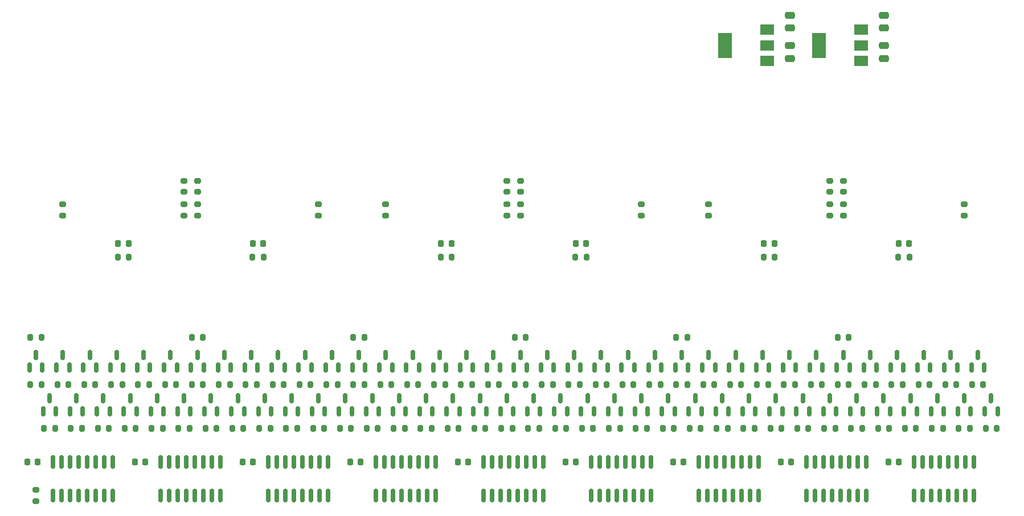
<source format=gbr>
%TF.GenerationSoftware,KiCad,Pcbnew,(6.0.6)*%
%TF.CreationDate,2022-10-28T22:11:27+02:00*%
%TF.ProjectId,nixieboi,6e697869-6562-46f6-992e-6b696361645f,rev?*%
%TF.SameCoordinates,Original*%
%TF.FileFunction,Paste,Top*%
%TF.FilePolarity,Positive*%
%FSLAX46Y46*%
G04 Gerber Fmt 4.6, Leading zero omitted, Abs format (unit mm)*
G04 Created by KiCad (PCBNEW (6.0.6)) date 2022-10-28 22:11:27*
%MOMM*%
%LPD*%
G01*
G04 APERTURE LIST*
G04 Aperture macros list*
%AMRoundRect*
0 Rectangle with rounded corners*
0 $1 Rounding radius*
0 $2 $3 $4 $5 $6 $7 $8 $9 X,Y pos of 4 corners*
0 Add a 4 corners polygon primitive as box body*
4,1,4,$2,$3,$4,$5,$6,$7,$8,$9,$2,$3,0*
0 Add four circle primitives for the rounded corners*
1,1,$1+$1,$2,$3*
1,1,$1+$1,$4,$5*
1,1,$1+$1,$6,$7*
1,1,$1+$1,$8,$9*
0 Add four rect primitives between the rounded corners*
20,1,$1+$1,$2,$3,$4,$5,0*
20,1,$1+$1,$4,$5,$6,$7,0*
20,1,$1+$1,$6,$7,$8,$9,0*
20,1,$1+$1,$8,$9,$2,$3,0*%
G04 Aperture macros list end*
%ADD10RoundRect,0.200000X-0.200000X-0.275000X0.200000X-0.275000X0.200000X0.275000X-0.200000X0.275000X0*%
%ADD11RoundRect,0.200000X-0.275000X0.200000X-0.275000X-0.200000X0.275000X-0.200000X0.275000X0.200000X0*%
%ADD12RoundRect,0.150000X0.150000X-0.587500X0.150000X0.587500X-0.150000X0.587500X-0.150000X-0.587500X0*%
%ADD13RoundRect,0.150000X0.150000X-0.825000X0.150000X0.825000X-0.150000X0.825000X-0.150000X-0.825000X0*%
%ADD14RoundRect,0.250000X0.475000X-0.250000X0.475000X0.250000X-0.475000X0.250000X-0.475000X-0.250000X0*%
%ADD15RoundRect,0.200000X0.275000X-0.200000X0.275000X0.200000X-0.275000X0.200000X-0.275000X-0.200000X0*%
%ADD16R,2.000000X1.500000*%
%ADD17R,2.000000X3.800000*%
%ADD18RoundRect,0.218750X-0.218750X-0.256250X0.218750X-0.256250X0.218750X0.256250X-0.218750X0.256250X0*%
%ADD19RoundRect,0.250000X-0.475000X0.250000X-0.475000X-0.250000X0.475000X-0.250000X0.475000X0.250000X0*%
%ADD20RoundRect,0.225000X0.225000X0.250000X-0.225000X0.250000X-0.225000X-0.250000X0.225000X-0.250000X0*%
G04 APERTURE END LIST*
D10*
%TO.C,R63*%
X129175000Y-57000000D03*
X130825000Y-57000000D03*
%TD*%
D11*
%TO.C,R96*%
X144000000Y-30175000D03*
X144000000Y-31825000D03*
%TD*%
D12*
%TO.C,Q9*%
X21050000Y-54437500D03*
X22950000Y-54437500D03*
X22000000Y-52562500D03*
%TD*%
D10*
%TO.C,R62*%
X127175000Y-63500000D03*
X128825000Y-63500000D03*
%TD*%
%TO.C,R37*%
X77175000Y-57000000D03*
X78825000Y-57000000D03*
%TD*%
D12*
%TO.C,Q10*%
X23050000Y-60937500D03*
X24950000Y-60937500D03*
X24000000Y-59062500D03*
%TD*%
D10*
%TO.C,R24*%
X51175000Y-63500000D03*
X52825000Y-63500000D03*
%TD*%
D12*
%TO.C,Q24*%
X51050000Y-60937500D03*
X52950000Y-60937500D03*
X52000000Y-59062500D03*
%TD*%
%TO.C,Q38*%
X79050000Y-60937500D03*
X80950000Y-60937500D03*
X80000000Y-59062500D03*
%TD*%
D13*
%TO.C,U9*%
X136555000Y-73475000D03*
X137825000Y-73475000D03*
X139095000Y-73475000D03*
X140365000Y-73475000D03*
X141635000Y-73475000D03*
X142905000Y-73475000D03*
X144175000Y-73475000D03*
X145445000Y-73475000D03*
X145445000Y-68525000D03*
X144175000Y-68525000D03*
X142905000Y-68525000D03*
X141635000Y-68525000D03*
X140365000Y-68525000D03*
X139095000Y-68525000D03*
X137825000Y-68525000D03*
X136555000Y-68525000D03*
%TD*%
D12*
%TO.C,Q44*%
X91050000Y-60937500D03*
X92950000Y-60937500D03*
X92000000Y-59062500D03*
%TD*%
%TO.C,Q50*%
X103050000Y-60937500D03*
X104950000Y-60937500D03*
X104000000Y-59062500D03*
%TD*%
D10*
%TO.C,R26*%
X55175000Y-63500000D03*
X56825000Y-63500000D03*
%TD*%
%TO.C,R75*%
X53175000Y-50000000D03*
X54825000Y-50000000D03*
%TD*%
%TO.C,R68*%
X139175000Y-63500000D03*
X140825000Y-63500000D03*
%TD*%
%TO.C,R47*%
X97175000Y-57000000D03*
X98825000Y-57000000D03*
%TD*%
D14*
%TO.C,C10*%
X132050000Y-3950000D03*
X132050000Y-2050000D03*
%TD*%
D13*
%TO.C,U3*%
X40555000Y-73475000D03*
X41825000Y-73475000D03*
X43095000Y-73475000D03*
X44365000Y-73475000D03*
X45635000Y-73475000D03*
X46905000Y-73475000D03*
X48175000Y-73475000D03*
X49445000Y-73475000D03*
X49445000Y-68525000D03*
X48175000Y-68525000D03*
X46905000Y-68525000D03*
X45635000Y-68525000D03*
X44365000Y-68525000D03*
X43095000Y-68525000D03*
X41825000Y-68525000D03*
X40555000Y-68525000D03*
%TD*%
D12*
%TO.C,Q1*%
X5050000Y-54437500D03*
X6950000Y-54437500D03*
X6000000Y-52562500D03*
%TD*%
%TO.C,Q27*%
X57050000Y-54437500D03*
X58950000Y-54437500D03*
X58000000Y-52562500D03*
%TD*%
%TO.C,Q37*%
X77050000Y-54437500D03*
X78950000Y-54437500D03*
X78000000Y-52562500D03*
%TD*%
%TO.C,Q56*%
X115050000Y-60937500D03*
X116950000Y-60937500D03*
X116000000Y-59062500D03*
%TD*%
D10*
%TO.C,R5*%
X13175000Y-57000000D03*
X14825000Y-57000000D03*
%TD*%
%TO.C,R45*%
X93175000Y-57000000D03*
X94825000Y-57000000D03*
%TD*%
D12*
%TO.C,Q65*%
X133050000Y-54437500D03*
X134950000Y-54437500D03*
X134000000Y-52562500D03*
%TD*%
D15*
%TO.C,R80*%
X28000000Y-28325000D03*
X28000000Y-26675000D03*
%TD*%
D14*
%TO.C,C12*%
X118050000Y-3950000D03*
X118050000Y-2050000D03*
%TD*%
D12*
%TO.C,Q42*%
X87050000Y-60937500D03*
X88950000Y-60937500D03*
X88000000Y-59062500D03*
%TD*%
D16*
%TO.C,U10*%
X128700000Y-8800000D03*
D17*
X122400000Y-6500000D03*
D16*
X128700000Y-6500000D03*
X128700000Y-4200000D03*
%TD*%
D12*
%TO.C,Q32*%
X67050000Y-60937500D03*
X68950000Y-60937500D03*
X68000000Y-59062500D03*
%TD*%
%TO.C,Q48*%
X99050000Y-60937500D03*
X100950000Y-60937500D03*
X100000000Y-59062500D03*
%TD*%
%TO.C,Q22*%
X47050000Y-60937500D03*
X48950000Y-60937500D03*
X48000000Y-59062500D03*
%TD*%
D16*
%TO.C,U11*%
X114700000Y-8800000D03*
D17*
X108400000Y-6500000D03*
D16*
X114700000Y-6500000D03*
X114700000Y-4200000D03*
%TD*%
D12*
%TO.C,Q23*%
X49050000Y-54437500D03*
X50950000Y-54437500D03*
X50000000Y-52562500D03*
%TD*%
D18*
%TO.C,D4*%
X86212500Y-36000000D03*
X87787500Y-36000000D03*
%TD*%
D10*
%TO.C,R22*%
X47175000Y-63500000D03*
X48825000Y-63500000D03*
%TD*%
D15*
%TO.C,R103*%
X6000000Y-74325000D03*
X6000000Y-72675000D03*
%TD*%
D10*
%TO.C,R1*%
X5175000Y-57000000D03*
X6825000Y-57000000D03*
%TD*%
%TO.C,R53*%
X109175000Y-57000000D03*
X110825000Y-57000000D03*
%TD*%
D18*
%TO.C,D6*%
X134212500Y-36000000D03*
X135787500Y-36000000D03*
%TD*%
D11*
%TO.C,R94*%
X126000000Y-30175000D03*
X126000000Y-31825000D03*
%TD*%
D10*
%TO.C,R36*%
X75175000Y-63500000D03*
X76825000Y-63500000D03*
%TD*%
D13*
%TO.C,U6*%
X88555000Y-73475000D03*
X89825000Y-73475000D03*
X91095000Y-73475000D03*
X92365000Y-73475000D03*
X93635000Y-73475000D03*
X94905000Y-73475000D03*
X96175000Y-73475000D03*
X97445000Y-73475000D03*
X97445000Y-68525000D03*
X96175000Y-68525000D03*
X94905000Y-68525000D03*
X93635000Y-68525000D03*
X92365000Y-68525000D03*
X91095000Y-68525000D03*
X89825000Y-68525000D03*
X88555000Y-68525000D03*
%TD*%
D12*
%TO.C,Q70*%
X143050000Y-60937500D03*
X144950000Y-60937500D03*
X144000000Y-59062500D03*
%TD*%
D10*
%TO.C,R59*%
X121175000Y-57000000D03*
X122825000Y-57000000D03*
%TD*%
%TO.C,R10*%
X23175000Y-63500000D03*
X24825000Y-63500000D03*
%TD*%
%TO.C,R56*%
X115175000Y-63500000D03*
X116825000Y-63500000D03*
%TD*%
%TO.C,R31*%
X65175000Y-57000000D03*
X66825000Y-57000000D03*
%TD*%
D11*
%TO.C,R87*%
X76000000Y-30175000D03*
X76000000Y-31825000D03*
%TD*%
D18*
%TO.C,D2*%
X38212500Y-36000000D03*
X39787500Y-36000000D03*
%TD*%
D19*
%TO.C,C13*%
X118050000Y-6550000D03*
X118050000Y-8450000D03*
%TD*%
D10*
%TO.C,R8*%
X19175000Y-63500000D03*
X20825000Y-63500000D03*
%TD*%
D12*
%TO.C,Q71*%
X145050000Y-54437500D03*
X146950000Y-54437500D03*
X146000000Y-52562500D03*
%TD*%
D13*
%TO.C,U5*%
X72555000Y-73475000D03*
X73825000Y-73475000D03*
X75095000Y-73475000D03*
X76365000Y-73475000D03*
X77635000Y-73475000D03*
X78905000Y-73475000D03*
X80175000Y-73475000D03*
X81445000Y-73475000D03*
X81445000Y-68525000D03*
X80175000Y-68525000D03*
X78905000Y-68525000D03*
X77635000Y-68525000D03*
X76365000Y-68525000D03*
X75095000Y-68525000D03*
X73825000Y-68525000D03*
X72555000Y-68525000D03*
%TD*%
D18*
%TO.C,D1*%
X18212500Y-36000000D03*
X19787500Y-36000000D03*
%TD*%
D10*
%TO.C,R55*%
X113175000Y-57000000D03*
X114825000Y-57000000D03*
%TD*%
D12*
%TO.C,Q51*%
X105050000Y-54437500D03*
X106950000Y-54437500D03*
X106000000Y-52562500D03*
%TD*%
D10*
%TO.C,R100*%
X86175000Y-38000000D03*
X87825000Y-38000000D03*
%TD*%
%TO.C,R9*%
X21175000Y-57000000D03*
X22825000Y-57000000D03*
%TD*%
D12*
%TO.C,Q35*%
X73050000Y-54437500D03*
X74950000Y-54437500D03*
X74000000Y-52562500D03*
%TD*%
D15*
%TO.C,R92*%
X124000000Y-28325000D03*
X124000000Y-26675000D03*
%TD*%
D10*
%TO.C,R32*%
X67175000Y-63500000D03*
X68825000Y-63500000D03*
%TD*%
%TO.C,R98*%
X38175000Y-38000000D03*
X39825000Y-38000000D03*
%TD*%
D20*
%TO.C,C2*%
X22275000Y-68500000D03*
X20725000Y-68500000D03*
%TD*%
D12*
%TO.C,Q12*%
X27050000Y-60937500D03*
X28950000Y-60937500D03*
X28000000Y-59062500D03*
%TD*%
%TO.C,Q55*%
X113050000Y-54437500D03*
X114950000Y-54437500D03*
X114000000Y-52562500D03*
%TD*%
D10*
%TO.C,R33*%
X69175000Y-57000000D03*
X70825000Y-57000000D03*
%TD*%
D13*
%TO.C,U1*%
X8555000Y-73475000D03*
X9825000Y-73475000D03*
X11095000Y-73475000D03*
X12365000Y-73475000D03*
X13635000Y-73475000D03*
X14905000Y-73475000D03*
X16175000Y-73475000D03*
X17445000Y-73475000D03*
X17445000Y-68525000D03*
X16175000Y-68525000D03*
X14905000Y-68525000D03*
X13635000Y-68525000D03*
X12365000Y-68525000D03*
X11095000Y-68525000D03*
X9825000Y-68525000D03*
X8555000Y-68525000D03*
%TD*%
D10*
%TO.C,R73*%
X5175000Y-50000000D03*
X6825000Y-50000000D03*
%TD*%
%TO.C,R21*%
X45175000Y-57000000D03*
X46825000Y-57000000D03*
%TD*%
%TO.C,R2*%
X7175000Y-63500000D03*
X8825000Y-63500000D03*
%TD*%
D12*
%TO.C,Q67*%
X137050000Y-54437500D03*
X138950000Y-54437500D03*
X138000000Y-52562500D03*
%TD*%
D10*
%TO.C,R52*%
X107175000Y-63500000D03*
X108825000Y-63500000D03*
%TD*%
%TO.C,R58*%
X119175000Y-63500000D03*
X120825000Y-63500000D03*
%TD*%
D12*
%TO.C,Q69*%
X141050000Y-54437500D03*
X142950000Y-54437500D03*
X142000000Y-52562500D03*
%TD*%
D10*
%TO.C,R27*%
X57175000Y-57000000D03*
X58825000Y-57000000D03*
%TD*%
%TO.C,R34*%
X71175000Y-63500000D03*
X72825000Y-63500000D03*
%TD*%
%TO.C,R7*%
X17175000Y-57000000D03*
X18825000Y-57000000D03*
%TD*%
D12*
%TO.C,Q17*%
X37050000Y-54437500D03*
X38950000Y-54437500D03*
X38000000Y-52562500D03*
%TD*%
D20*
%TO.C,C9*%
X134275000Y-68500000D03*
X132725000Y-68500000D03*
%TD*%
D10*
%TO.C,R43*%
X89175000Y-57000000D03*
X90825000Y-57000000D03*
%TD*%
D12*
%TO.C,Q36*%
X75050000Y-60937500D03*
X76950000Y-60937500D03*
X76000000Y-59062500D03*
%TD*%
%TO.C,Q66*%
X135050000Y-60937500D03*
X136950000Y-60937500D03*
X136000000Y-59062500D03*
%TD*%
%TO.C,Q40*%
X83050000Y-60937500D03*
X84950000Y-60937500D03*
X84000000Y-59062500D03*
%TD*%
%TO.C,Q31*%
X65050000Y-54437500D03*
X66950000Y-54437500D03*
X66000000Y-52562500D03*
%TD*%
D20*
%TO.C,C1*%
X6275000Y-68500000D03*
X4725000Y-68500000D03*
%TD*%
D11*
%TO.C,R84*%
X48000000Y-30175000D03*
X48000000Y-31825000D03*
%TD*%
D12*
%TO.C,Q29*%
X61050000Y-54437500D03*
X62950000Y-54437500D03*
X62000000Y-52562500D03*
%TD*%
D10*
%TO.C,R71*%
X145175000Y-57000000D03*
X146825000Y-57000000D03*
%TD*%
%TO.C,R72*%
X147175000Y-63500000D03*
X148825000Y-63500000D03*
%TD*%
%TO.C,R49*%
X101175000Y-57000000D03*
X102825000Y-57000000D03*
%TD*%
D12*
%TO.C,Q41*%
X85050000Y-54437500D03*
X86950000Y-54437500D03*
X86000000Y-52562500D03*
%TD*%
D20*
%TO.C,C6*%
X86275000Y-68500000D03*
X84725000Y-68500000D03*
%TD*%
D12*
%TO.C,Q33*%
X69050000Y-54437500D03*
X70950000Y-54437500D03*
X70000000Y-52562500D03*
%TD*%
D10*
%TO.C,R46*%
X95175000Y-63500000D03*
X96825000Y-63500000D03*
%TD*%
%TO.C,R40*%
X83175000Y-63500000D03*
X84825000Y-63500000D03*
%TD*%
%TO.C,R67*%
X137175000Y-57000000D03*
X138825000Y-57000000D03*
%TD*%
D20*
%TO.C,C3*%
X38275000Y-68500000D03*
X36725000Y-68500000D03*
%TD*%
D11*
%TO.C,R79*%
X10000000Y-30175000D03*
X10000000Y-31825000D03*
%TD*%
D10*
%TO.C,R12*%
X27175000Y-63500000D03*
X28825000Y-63500000D03*
%TD*%
D12*
%TO.C,Q68*%
X139050000Y-60937500D03*
X140950000Y-60937500D03*
X140000000Y-59062500D03*
%TD*%
D10*
%TO.C,R76*%
X77175000Y-50000000D03*
X78825000Y-50000000D03*
%TD*%
%TO.C,R70*%
X143175000Y-63500000D03*
X144825000Y-63500000D03*
%TD*%
D13*
%TO.C,U4*%
X56555000Y-73475000D03*
X57825000Y-73475000D03*
X59095000Y-73475000D03*
X60365000Y-73475000D03*
X61635000Y-73475000D03*
X62905000Y-73475000D03*
X64175000Y-73475000D03*
X65445000Y-73475000D03*
X65445000Y-68525000D03*
X64175000Y-68525000D03*
X62905000Y-68525000D03*
X61635000Y-68525000D03*
X60365000Y-68525000D03*
X59095000Y-68525000D03*
X57825000Y-68525000D03*
X56555000Y-68525000D03*
%TD*%
D10*
%TO.C,R28*%
X59175000Y-63500000D03*
X60825000Y-63500000D03*
%TD*%
D12*
%TO.C,Q25*%
X53050000Y-54437500D03*
X54950000Y-54437500D03*
X54000000Y-52562500D03*
%TD*%
D10*
%TO.C,R50*%
X103175000Y-63500000D03*
X104825000Y-63500000D03*
%TD*%
%TO.C,R19*%
X41175000Y-57000000D03*
X42825000Y-57000000D03*
%TD*%
D12*
%TO.C,Q18*%
X39050000Y-60937500D03*
X40950000Y-60937500D03*
X40000000Y-59062500D03*
%TD*%
%TO.C,Q2*%
X7050000Y-60937500D03*
X8950000Y-60937500D03*
X8000000Y-59062500D03*
%TD*%
%TO.C,Q26*%
X55050000Y-60937500D03*
X56950000Y-60937500D03*
X56000000Y-59062500D03*
%TD*%
D10*
%TO.C,R38*%
X79175000Y-63500000D03*
X80825000Y-63500000D03*
%TD*%
D12*
%TO.C,Q30*%
X63050000Y-60937500D03*
X64950000Y-60937500D03*
X64000000Y-59062500D03*
%TD*%
%TO.C,Q28*%
X59050000Y-60937500D03*
X60950000Y-60937500D03*
X60000000Y-59062500D03*
%TD*%
D10*
%TO.C,R6*%
X15175000Y-63500000D03*
X16825000Y-63500000D03*
%TD*%
D12*
%TO.C,Q46*%
X95050000Y-60937500D03*
X96950000Y-60937500D03*
X96000000Y-59062500D03*
%TD*%
%TO.C,Q4*%
X11050000Y-60937500D03*
X12950000Y-60937500D03*
X12000000Y-59062500D03*
%TD*%
D10*
%TO.C,R11*%
X25175000Y-57000000D03*
X26825000Y-57000000D03*
%TD*%
D12*
%TO.C,Q7*%
X17050000Y-54437500D03*
X18950000Y-54437500D03*
X18000000Y-52562500D03*
%TD*%
D10*
%TO.C,R74*%
X29175000Y-50000000D03*
X30825000Y-50000000D03*
%TD*%
%TO.C,R29*%
X61175000Y-57000000D03*
X62825000Y-57000000D03*
%TD*%
%TO.C,R54*%
X111175000Y-63500000D03*
X112825000Y-63500000D03*
%TD*%
D12*
%TO.C,Q15*%
X33050000Y-54437500D03*
X34950000Y-54437500D03*
X34000000Y-52562500D03*
%TD*%
%TO.C,Q59*%
X121050000Y-54437500D03*
X122950000Y-54437500D03*
X122000000Y-52562500D03*
%TD*%
%TO.C,Q49*%
X101050000Y-54437500D03*
X102950000Y-54437500D03*
X102000000Y-52562500D03*
%TD*%
%TO.C,Q16*%
X35050000Y-60937500D03*
X36950000Y-60937500D03*
X36000000Y-59062500D03*
%TD*%
D10*
%TO.C,R16*%
X35175000Y-63500000D03*
X36825000Y-63500000D03*
%TD*%
%TO.C,R4*%
X11175000Y-63500000D03*
X12825000Y-63500000D03*
%TD*%
%TO.C,R13*%
X29175000Y-57000000D03*
X30825000Y-57000000D03*
%TD*%
D12*
%TO.C,Q14*%
X31050000Y-60937500D03*
X32950000Y-60937500D03*
X32000000Y-59062500D03*
%TD*%
%TO.C,Q45*%
X93050000Y-54437500D03*
X94950000Y-54437500D03*
X94000000Y-52562500D03*
%TD*%
%TO.C,Q5*%
X13050000Y-54437500D03*
X14950000Y-54437500D03*
X14000000Y-52562500D03*
%TD*%
%TO.C,Q64*%
X131050000Y-60937500D03*
X132950000Y-60937500D03*
X132000000Y-59062500D03*
%TD*%
D10*
%TO.C,R66*%
X135175000Y-63500000D03*
X136825000Y-63500000D03*
%TD*%
D13*
%TO.C,U2*%
X24555000Y-73475000D03*
X25825000Y-73475000D03*
X27095000Y-73475000D03*
X28365000Y-73475000D03*
X29635000Y-73475000D03*
X30905000Y-73475000D03*
X32175000Y-73475000D03*
X33445000Y-73475000D03*
X33445000Y-68525000D03*
X32175000Y-68525000D03*
X30905000Y-68525000D03*
X29635000Y-68525000D03*
X28365000Y-68525000D03*
X27095000Y-68525000D03*
X25825000Y-68525000D03*
X24555000Y-68525000D03*
%TD*%
D15*
%TO.C,R95*%
X126000000Y-28325000D03*
X126000000Y-26675000D03*
%TD*%
D12*
%TO.C,Q43*%
X89050000Y-54437500D03*
X90950000Y-54437500D03*
X90000000Y-52562500D03*
%TD*%
D20*
%TO.C,C5*%
X70275000Y-68500000D03*
X68725000Y-68500000D03*
%TD*%
D10*
%TO.C,R23*%
X49175000Y-57000000D03*
X50825000Y-57000000D03*
%TD*%
D12*
%TO.C,Q3*%
X9050000Y-54437500D03*
X10950000Y-54437500D03*
X10000000Y-52562500D03*
%TD*%
%TO.C,Q53*%
X109050000Y-54437500D03*
X110950000Y-54437500D03*
X110000000Y-52562500D03*
%TD*%
D11*
%TO.C,R88*%
X78000000Y-30175000D03*
X78000000Y-31825000D03*
%TD*%
D12*
%TO.C,Q13*%
X29050000Y-54437500D03*
X30950000Y-54437500D03*
X30000000Y-52562500D03*
%TD*%
D11*
%TO.C,R93*%
X124000000Y-30175000D03*
X124000000Y-31825000D03*
%TD*%
D10*
%TO.C,R97*%
X18175000Y-38000000D03*
X19825000Y-38000000D03*
%TD*%
D12*
%TO.C,Q34*%
X71050000Y-60937500D03*
X72950000Y-60937500D03*
X72000000Y-59062500D03*
%TD*%
D11*
%TO.C,R91*%
X106000000Y-30175000D03*
X106000000Y-31825000D03*
%TD*%
D12*
%TO.C,Q8*%
X19050000Y-60937500D03*
X20950000Y-60937500D03*
X20000000Y-59062500D03*
%TD*%
D10*
%TO.C,R60*%
X123175000Y-63500000D03*
X124825000Y-63500000D03*
%TD*%
D11*
%TO.C,R85*%
X58000000Y-30175000D03*
X58000000Y-31825000D03*
%TD*%
D12*
%TO.C,Q72*%
X147050000Y-60937500D03*
X148950000Y-60937500D03*
X148000000Y-59062500D03*
%TD*%
D18*
%TO.C,D5*%
X114212500Y-36000000D03*
X115787500Y-36000000D03*
%TD*%
D12*
%TO.C,Q62*%
X127050000Y-60937500D03*
X128950000Y-60937500D03*
X128000000Y-59062500D03*
%TD*%
D11*
%TO.C,R90*%
X96000000Y-30175000D03*
X96000000Y-31825000D03*
%TD*%
D15*
%TO.C,R83*%
X30000000Y-28325000D03*
X30000000Y-26675000D03*
%TD*%
D12*
%TO.C,Q20*%
X43050000Y-60937500D03*
X44950000Y-60937500D03*
X44000000Y-59062500D03*
%TD*%
%TO.C,Q47*%
X97050000Y-54437500D03*
X98950000Y-54437500D03*
X98000000Y-52562500D03*
%TD*%
%TO.C,Q58*%
X119050000Y-60937500D03*
X120950000Y-60937500D03*
X120000000Y-59062500D03*
%TD*%
D10*
%TO.C,R14*%
X31175000Y-63500000D03*
X32825000Y-63500000D03*
%TD*%
%TO.C,R61*%
X125175000Y-57000000D03*
X126825000Y-57000000D03*
%TD*%
%TO.C,R102*%
X134175000Y-38000000D03*
X135825000Y-38000000D03*
%TD*%
%TO.C,R18*%
X39175000Y-63500000D03*
X40825000Y-63500000D03*
%TD*%
D15*
%TO.C,R86*%
X76000000Y-28325000D03*
X76000000Y-26675000D03*
%TD*%
D20*
%TO.C,C7*%
X102275000Y-68500000D03*
X100725000Y-68500000D03*
%TD*%
D10*
%TO.C,R65*%
X133175000Y-57000000D03*
X134825000Y-57000000D03*
%TD*%
%TO.C,R99*%
X66175000Y-38000000D03*
X67825000Y-38000000D03*
%TD*%
D11*
%TO.C,R82*%
X30000000Y-30175000D03*
X30000000Y-31825000D03*
%TD*%
D10*
%TO.C,R3*%
X9175000Y-57000000D03*
X10825000Y-57000000D03*
%TD*%
%TO.C,R48*%
X99175000Y-63500000D03*
X100825000Y-63500000D03*
%TD*%
%TO.C,R35*%
X73175000Y-57000000D03*
X74825000Y-57000000D03*
%TD*%
D12*
%TO.C,Q57*%
X117050000Y-54437500D03*
X118950000Y-54437500D03*
X118000000Y-52562500D03*
%TD*%
D10*
%TO.C,R42*%
X87175000Y-63500000D03*
X88825000Y-63500000D03*
%TD*%
%TO.C,R30*%
X63175000Y-63500000D03*
X64825000Y-63500000D03*
%TD*%
%TO.C,R78*%
X125175000Y-50000000D03*
X126825000Y-50000000D03*
%TD*%
%TO.C,R25*%
X53175000Y-57000000D03*
X54825000Y-57000000D03*
%TD*%
D18*
%TO.C,D3*%
X66212500Y-36000000D03*
X67787500Y-36000000D03*
%TD*%
D12*
%TO.C,Q63*%
X129050000Y-54437500D03*
X130950000Y-54437500D03*
X130000000Y-52562500D03*
%TD*%
%TO.C,Q19*%
X41050000Y-54437500D03*
X42950000Y-54437500D03*
X42000000Y-52562500D03*
%TD*%
D10*
%TO.C,R20*%
X43175000Y-63500000D03*
X44825000Y-63500000D03*
%TD*%
D12*
%TO.C,Q52*%
X107050000Y-60937500D03*
X108950000Y-60937500D03*
X108000000Y-59062500D03*
%TD*%
D13*
%TO.C,U8*%
X120555000Y-73475000D03*
X121825000Y-73475000D03*
X123095000Y-73475000D03*
X124365000Y-73475000D03*
X125635000Y-73475000D03*
X126905000Y-73475000D03*
X128175000Y-73475000D03*
X129445000Y-73475000D03*
X129445000Y-68525000D03*
X128175000Y-68525000D03*
X126905000Y-68525000D03*
X125635000Y-68525000D03*
X124365000Y-68525000D03*
X123095000Y-68525000D03*
X121825000Y-68525000D03*
X120555000Y-68525000D03*
%TD*%
D10*
%TO.C,R77*%
X101175000Y-50000000D03*
X102825000Y-50000000D03*
%TD*%
D19*
%TO.C,C11*%
X132050000Y-6550000D03*
X132050000Y-8450000D03*
%TD*%
D12*
%TO.C,Q60*%
X123050000Y-60937500D03*
X124950000Y-60937500D03*
X124000000Y-59062500D03*
%TD*%
%TO.C,Q54*%
X111050000Y-60937500D03*
X112950000Y-60937500D03*
X112000000Y-59062500D03*
%TD*%
D11*
%TO.C,R81*%
X28000000Y-30175000D03*
X28000000Y-31825000D03*
%TD*%
D20*
%TO.C,C8*%
X118275000Y-68500000D03*
X116725000Y-68500000D03*
%TD*%
D10*
%TO.C,R41*%
X85175000Y-57000000D03*
X86825000Y-57000000D03*
%TD*%
D12*
%TO.C,Q61*%
X125050000Y-54437500D03*
X126950000Y-54437500D03*
X126000000Y-52562500D03*
%TD*%
%TO.C,Q39*%
X81050000Y-54437500D03*
X82950000Y-54437500D03*
X82000000Y-52562500D03*
%TD*%
D10*
%TO.C,R51*%
X105175000Y-57000000D03*
X106825000Y-57000000D03*
%TD*%
%TO.C,R57*%
X117175000Y-57000000D03*
X118825000Y-57000000D03*
%TD*%
D15*
%TO.C,R89*%
X78000000Y-28325000D03*
X78000000Y-26675000D03*
%TD*%
D12*
%TO.C,Q6*%
X15050000Y-60937500D03*
X16950000Y-60937500D03*
X16000000Y-59062500D03*
%TD*%
%TO.C,Q21*%
X45050000Y-54437500D03*
X46950000Y-54437500D03*
X46000000Y-52562500D03*
%TD*%
D20*
%TO.C,C4*%
X54275000Y-68500000D03*
X52725000Y-68500000D03*
%TD*%
D10*
%TO.C,R64*%
X131175000Y-63500000D03*
X132825000Y-63500000D03*
%TD*%
D12*
%TO.C,Q11*%
X25050000Y-54437500D03*
X26950000Y-54437500D03*
X26000000Y-52562500D03*
%TD*%
D10*
%TO.C,R101*%
X114175000Y-38000000D03*
X115825000Y-38000000D03*
%TD*%
%TO.C,R39*%
X81175000Y-57000000D03*
X82825000Y-57000000D03*
%TD*%
%TO.C,R44*%
X91175000Y-63500000D03*
X92825000Y-63500000D03*
%TD*%
%TO.C,R15*%
X33175000Y-57000000D03*
X34825000Y-57000000D03*
%TD*%
%TO.C,R69*%
X141175000Y-57000000D03*
X142825000Y-57000000D03*
%TD*%
%TO.C,R17*%
X37175000Y-57000000D03*
X38825000Y-57000000D03*
%TD*%
D13*
%TO.C,U7*%
X104555000Y-73475000D03*
X105825000Y-73475000D03*
X107095000Y-73475000D03*
X108365000Y-73475000D03*
X109635000Y-73475000D03*
X110905000Y-73475000D03*
X112175000Y-73475000D03*
X113445000Y-73475000D03*
X113445000Y-68525000D03*
X112175000Y-68525000D03*
X110905000Y-68525000D03*
X109635000Y-68525000D03*
X108365000Y-68525000D03*
X107095000Y-68525000D03*
X105825000Y-68525000D03*
X104555000Y-68525000D03*
%TD*%
M02*

</source>
